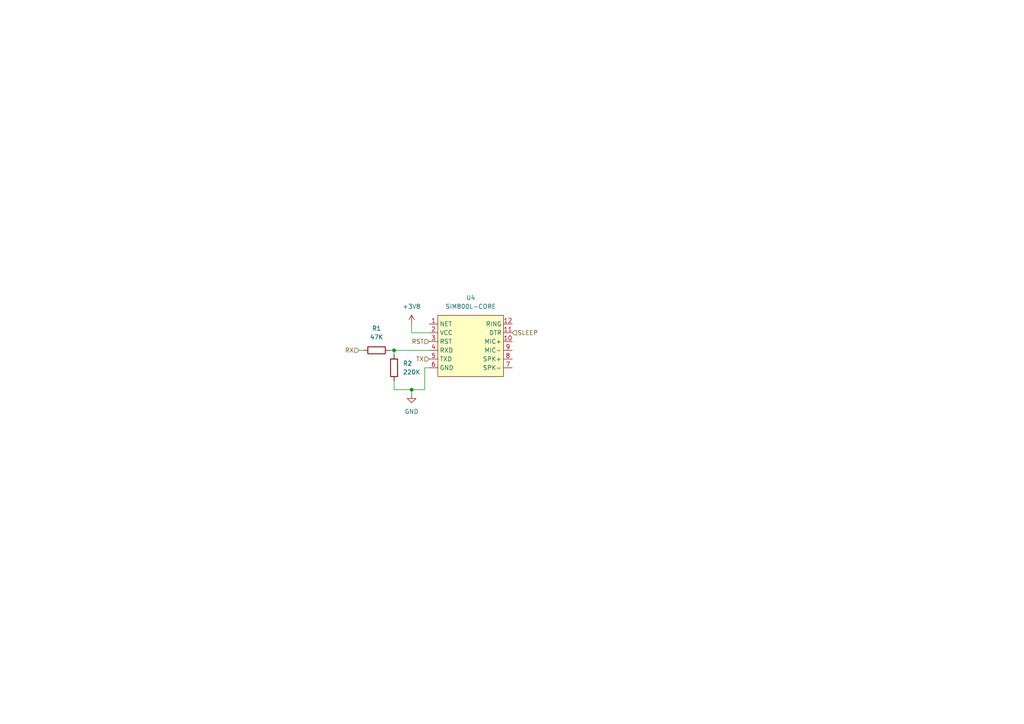
<source format=kicad_sch>
(kicad_sch (version 20231120) (generator "eeschema") (generator_version "8.0")
  (paper "A4")
  (lib_symbols
    (symbol "Device:R" (pin_numbers hide) (pin_names (offset 0))
      (property "Reference" "R" (at 2.032 0 90))
      (property "Value" "R" (at 0 0 90))
      (symbol "R_0_1"
        (rectangle (start -1.016 -2.54) (end 1.016 2.54) (stroke (width 0.254)))
      )
      (symbol "R_1_1"
        (pin passive line (at 0 3.81 270) (length 1.27) (name "~") (number "1"))
        (pin passive line (at 0 -3.81 90) (length 1.27) (name "~") (number "2"))
      )
    )
    (symbol "Felix_GSM:SIM800L-CORE"
      (property "Reference" "U" (at -7.62 8.89 0))
      (property "Value" "SIM800L-CORE" (at 0 -12.7 0))
      (symbol "SIM800L-CORE_0_1"
        (rectangle (start -8.89 7.62) (end 10.16 -10.16) (stroke (width 0.1524)) (fill (type background)))
      )
      (symbol "SIM800L-CORE_1_1"
        (pin bidirectional line (at -11.43 5.08 0) (length 2.54) (name "NET") (number "1"))
        (pin output line (at 12.7 0 180) (length 2.54) (name "MIC+") (number "10"))
        (pin passive line (at 12.7 2.54 180) (length 2.54) (name "DTR") (number "11"))
        (pin output line (at 12.7 5.08 180) (length 2.54) (name "RING") (number "12"))
        (pin power_in line (at -11.43 2.54 0) (length 2.54) (name "VCC") (number "2"))
        (pin input line (at -11.43 0 0) (length 2.54) (name "RST") (number "3"))
        (pin input line (at -11.43 -2.54 0) (length 2.54) (name "RXD") (number "4"))
        (pin output line (at -11.43 -5.08 0) (length 2.54) (name "TXD") (number "5"))
        (pin power_in line (at -11.43 -7.62 0) (length 2.54) (name "GND") (number "6"))
        (pin output line (at 12.7 -7.62 180) (length 2.54) (name "SPK-") (number "7"))
        (pin output line (at 12.7 -5.08 180) (length 2.54) (name "SPK+") (number "8"))
        (pin output line (at 12.7 -2.54 180) (length 2.54) (name "MIC-") (number "9"))
      )
    )
    (symbol "power:+3V8" (power) (pin_numbers hide) (pin_names (offset 0) hide)
      (property "Value" "+3V8" (at 0 3.556 0))
      (symbol "+3V8_0_1"
        (polyline (pts (xy -0.762 1.27) (xy 0 2.54)))
        (polyline (pts (xy 0 0) (xy 0 2.54)))
        (polyline (pts (xy 0 2.54) (xy 0.762 1.27)))
      )
      (symbol "+3V8_1_1"
        (pin power_in line (at 0 0 90) (length 0) (name "~") (number "1"))
      )
    )
    (symbol "power:GND" (power) (pin_numbers hide) (pin_names (offset 0) hide)
      (property "Value" "GND" (at 0 -3.81 0))
      (symbol "GND_0_1"
        (polyline (pts (xy 0 0) (xy 0 -1.27) (xy 1.27 -1.27) (xy 0 -2.54) (xy -1.27 -1.27) (xy 0 -1.27)))
      )
      (symbol "GND_1_1"
        (pin power_in line (at 0 0 270) (length 0) (name "~") (number "1"))
      )
    )
  )
  (junction (at 114.3 101.6))
  (junction (at 119.38 113.03))
  (wire (pts (xy 124.46 106.68) (xy 123.19 106.68)))
  (wire (pts (xy 114.3 113.03) (xy 119.38 113.03)))
  (wire (pts (xy 119.38 93.98) (xy 119.38 96.52)))
  (wire (pts (xy 114.3 110.49) (xy 114.3 113.03)))
  (wire (pts (xy 104.14 101.6) (xy 105.41 101.6)))
  (wire (pts (xy 114.3 101.6) (xy 114.3 102.87)))
  (wire (pts (xy 123.19 113.03) (xy 119.38 113.03)))
  (wire (pts (xy 113.03 101.6) (xy 114.3 101.6)))
  (wire (pts (xy 119.38 113.03) (xy 119.38 114.3)))
  (wire (pts (xy 119.38 96.52) (xy 124.46 96.52)))
  (wire (pts (xy 123.19 106.68) (xy 123.19 113.03)))
  (wire (pts (xy 124.46 101.6) (xy 114.3 101.6)))
  (hierarchical_label "TX" (shape input) (at 124.46 104.14 180))
  (hierarchical_label "RX" (shape input) (at 104.14 101.6 180))
  (hierarchical_label "RST" (shape input) (at 124.46 99.06 180))
  (hierarchical_label "SLEEP" (shape input) (at 148.59 96.52 0))
  (symbol (lib_id "Device:R") (at 109.22 101.6 90) (unit 1)
    (property "Reference" "R1" (at 109.22 95.25 90))
    (property "Value" "47K" (at 109.22 97.79 90))
    (property "Footprint" "Resistor_THT:R_Axial_DIN0411_L9.9mm_D3.6mm_P15.24mm_Horizontal" (effects (hide yes)))
    (property "Description" "Resistor" (effects (hide yes)))
  )
  (symbol (lib_id "power:GND") (at 119.38 114.3 0) (unit 1)
    (property "Reference" "#PWR023" (effects (hide yes)))
    (property "Value" "GND" (at 119.38 119.38 0))
    (property "Description" "Power symbol creates a global label with name \"GND\" , ground" (effects (hide yes)))
  )
  (symbol (lib_id "Device:R") (at 114.3 106.68 0) (unit 1)
    (property "Reference" "R2" (at 116.84 105.4099 0) (effects (justify left)))
    (property "Value" "220K" (at 116.84 107.9499 0) (effects (justify left)))
    (property "Footprint" "Resistor_THT:R_Axial_DIN0411_L9.9mm_D3.6mm_P15.24mm_Horizontal" (effects (hide yes)))
    (property "Description" "Resistor" (effects (hide yes)))
  )
  (symbol (lib_id "Felix_GSM:SIM800L-CORE") (at 135.89 99.06 0) (unit 1)
    (property "Reference" "U4" (at 136.525 86.36 0))
    (property "Value" "SIM800L-CORE" (at 136.525 88.9 0))
    (property "Footprint" "Felix_GSM:SIM800L-CORE" (effects (hide yes)))
  )
  (symbol (lib_id "power:+3V8") (at 119.38 93.98 0) (unit 1)
    (property "Reference" "#PWR025" (effects (hide yes)))
    (property "Value" "+3V8" (at 119.38 88.9 0))
    (property "Description" "Power symbol creates a global label with name \"+3V8\"" (effects (hide yes)))
  )
)
</source>
